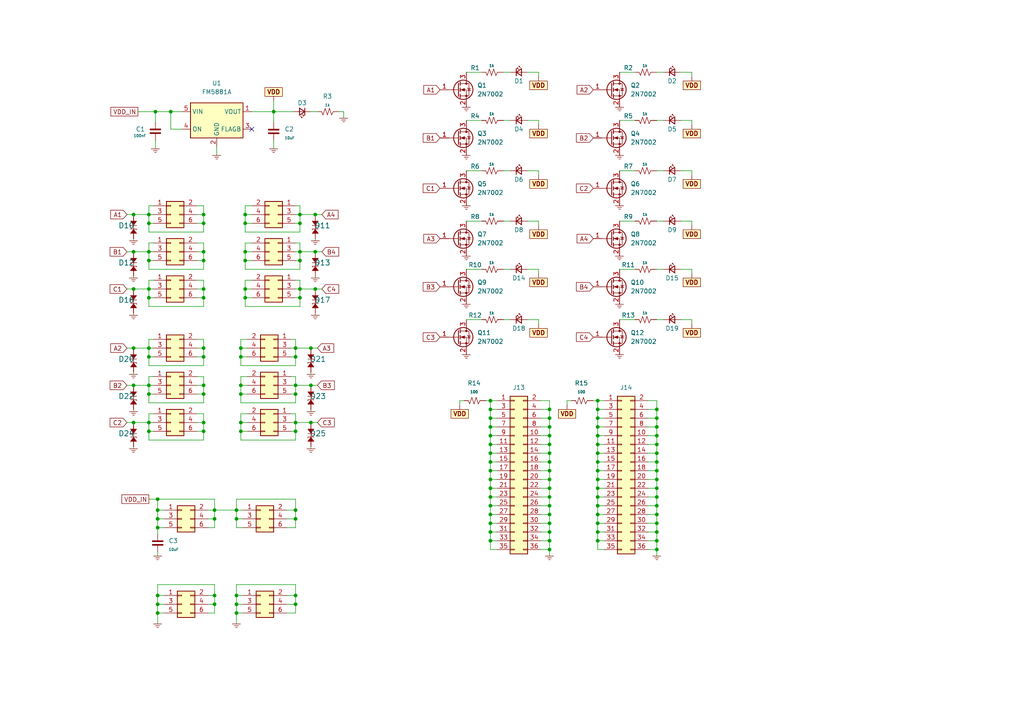
<source format=kicad_sch>
(kicad_sch (version 20211123) (generator eeschema)
  (paper "A4")
  (junction (at 142.24 131.445))
  (junction (at 91.44 73.025))
  (junction (at 59.055 86.36))
  (junction (at 159.385 159.385))
  (junction (at 142.24 136.525))
  (junction (at 190.5 156.845))
  (junction (at 173.355 154.305))
  (junction (at 59.055 114.3))
  (junction (at 43.18 73.025))
  (junction (at 159.385 156.845))
  (junction (at 69.85 103.505))
  (junction (at 190.5 133.985))
  (junction (at 68.58 177.8))
  (junction (at 159.385 141.605))
  (junction (at 85.725 114.3))
  (junction (at 190.5 136.525))
  (junction (at 71.12 62.23))
  (junction (at 173.355 144.145))
  (junction (at 173.355 156.845))
  (junction (at 173.355 149.225))
  (junction (at 86.995 75.565))
  (junction (at 45.72 153.035))
  (junction (at 43.18 103.505))
  (junction (at 69.85 114.3))
  (junction (at 173.355 146.685))
  (junction (at 59.055 122.555))
  (junction (at 59.055 100.965))
  (junction (at 79.375 32.385))
  (junction (at 91.44 62.23))
  (junction (at 90.17 100.965))
  (junction (at 190.5 126.365))
  (junction (at 142.24 126.365))
  (junction (at 190.5 139.065))
  (junction (at 142.24 146.685))
  (junction (at 142.24 128.905))
  (junction (at 190.5 141.605))
  (junction (at 43.18 125.095))
  (junction (at 159.385 123.825))
  (junction (at 43.18 83.82))
  (junction (at 190.5 159.385))
  (junction (at 69.85 125.095))
  (junction (at 85.725 147.955))
  (junction (at 62.23 147.955))
  (junction (at 38.735 62.23))
  (junction (at 159.385 139.065))
  (junction (at 45.72 150.495))
  (junction (at 43.18 122.555))
  (junction (at 85.725 111.76))
  (junction (at 142.24 154.305))
  (junction (at 190.5 154.305))
  (junction (at 71.12 75.565))
  (junction (at 43.18 100.965))
  (junction (at 159.385 144.145))
  (junction (at 45.72 147.955))
  (junction (at 142.24 144.145))
  (junction (at 159.385 118.745))
  (junction (at 190.5 146.685))
  (junction (at 43.18 62.23))
  (junction (at 142.24 156.845))
  (junction (at 71.12 73.025))
  (junction (at 142.24 123.825))
  (junction (at 45.72 177.8))
  (junction (at 159.385 128.905))
  (junction (at 71.12 86.36))
  (junction (at 43.18 111.76))
  (junction (at 190.5 128.905))
  (junction (at 68.58 172.72))
  (junction (at 85.725 125.095))
  (junction (at 159.385 151.765))
  (junction (at 142.24 133.985))
  (junction (at 49.53 32.385))
  (junction (at 62.23 172.72))
  (junction (at 59.055 125.095))
  (junction (at 173.355 131.445))
  (junction (at 190.5 151.765))
  (junction (at 45.72 175.26))
  (junction (at 62.23 150.495))
  (junction (at 173.355 123.825))
  (junction (at 159.385 126.365))
  (junction (at 86.995 83.82))
  (junction (at 38.735 73.025))
  (junction (at 59.055 64.77))
  (junction (at 142.24 121.285))
  (junction (at 43.18 86.36))
  (junction (at 91.44 83.82))
  (junction (at 69.85 111.76))
  (junction (at 173.355 121.285))
  (junction (at 90.17 111.76))
  (junction (at 190.5 121.285))
  (junction (at 71.12 64.77))
  (junction (at 173.355 141.605))
  (junction (at 68.58 147.955))
  (junction (at 142.24 141.605))
  (junction (at 59.055 75.565))
  (junction (at 38.735 83.82))
  (junction (at 85.725 172.72))
  (junction (at 69.85 100.965))
  (junction (at 142.24 139.065))
  (junction (at 173.355 139.065))
  (junction (at 59.055 62.23))
  (junction (at 159.385 149.225))
  (junction (at 173.355 136.525))
  (junction (at 190.5 131.445))
  (junction (at 142.24 118.745))
  (junction (at 159.385 133.985))
  (junction (at 173.355 133.985))
  (junction (at 68.58 175.26))
  (junction (at 173.355 116.205))
  (junction (at 45.085 32.385))
  (junction (at 173.355 151.765))
  (junction (at 159.385 146.685))
  (junction (at 43.18 64.77))
  (junction (at 38.735 100.965))
  (junction (at 159.385 154.305))
  (junction (at 159.385 131.445))
  (junction (at 159.385 136.525))
  (junction (at 68.58 150.495))
  (junction (at 190.5 149.225))
  (junction (at 62.23 175.26))
  (junction (at 59.055 111.76))
  (junction (at 59.055 103.505))
  (junction (at 90.17 122.555))
  (junction (at 45.72 144.78))
  (junction (at 45.72 172.72))
  (junction (at 38.735 111.76))
  (junction (at 38.735 122.555))
  (junction (at 159.385 121.285))
  (junction (at 86.995 86.36))
  (junction (at 142.24 151.765))
  (junction (at 59.055 73.025))
  (junction (at 190.5 118.745))
  (junction (at 190.5 144.145))
  (junction (at 86.995 73.025))
  (junction (at 173.355 128.905))
  (junction (at 173.355 118.745))
  (junction (at 85.725 103.505))
  (junction (at 85.725 150.495))
  (junction (at 59.055 83.82))
  (junction (at 86.995 62.23))
  (junction (at 190.5 123.825))
  (junction (at 71.12 83.82))
  (junction (at 85.725 122.555))
  (junction (at 43.18 114.3))
  (junction (at 85.725 175.26))
  (junction (at 173.355 126.365))
  (junction (at 86.995 64.77))
  (junction (at 142.24 149.225))
  (junction (at 69.85 122.555))
  (junction (at 142.24 116.205))
  (junction (at 43.18 75.565))
  (junction (at 85.725 100.965))
  (no_connect (at 73.025 37.465))
  (wire (pts (xy 146.05 49.53) (xy 147.955 49.53)))
  (wire (pts (xy 90.17 32.385) (xy 92.075 32.385)))
  (wire (pts (xy 68.58 175.26) (xy 68.58 172.72)))
  (wire (pts (xy 187.96 133.985) (xy 190.5 133.985)))
  (wire (pts (xy 142.24 141.605) (xy 142.24 139.065)))
  (wire (pts (xy 172.085 116.205) (xy 173.355 116.205)))
  (wire (pts (xy 190.5 139.065) (xy 190.5 141.605)))
  (wire (pts (xy 62.23 175.26) (xy 62.23 172.72)))
  (wire (pts (xy 43.18 83.82) (xy 44.45 83.82)))
  (wire (pts (xy 173.355 146.685) (xy 173.355 149.225)))
  (wire (pts (xy 190.5 149.225) (xy 190.5 151.765)))
  (wire (pts (xy 59.055 78.105) (xy 43.18 78.105)))
  (wire (pts (xy 156.845 144.145) (xy 159.385 144.145)))
  (wire (pts (xy 156.845 131.445) (xy 159.385 131.445)))
  (wire (pts (xy 45.72 150.495) (xy 45.72 153.035)))
  (wire (pts (xy 86.995 62.23) (xy 85.725 62.23)))
  (wire (pts (xy 190.5 118.745) (xy 190.5 121.285)))
  (wire (pts (xy 45.72 160.02) (xy 45.72 161.29)))
  (wire (pts (xy 43.18 144.78) (xy 45.72 144.78)))
  (wire (pts (xy 59.055 62.23) (xy 59.055 64.77)))
  (wire (pts (xy 59.055 75.565) (xy 59.055 78.105)))
  (wire (pts (xy 175.26 136.525) (xy 173.355 136.525)))
  (wire (pts (xy 173.355 126.365) (xy 173.355 123.825)))
  (wire (pts (xy 57.15 81.28) (xy 59.055 81.28)))
  (wire (pts (xy 69.85 100.965) (xy 69.85 103.505)))
  (wire (pts (xy 73.025 70.485) (xy 71.12 70.485)))
  (wire (pts (xy 85.725 172.72) (xy 85.725 169.545)))
  (wire (pts (xy 43.18 109.22) (xy 43.18 111.76)))
  (wire (pts (xy 84.455 98.425) (xy 85.725 98.425)))
  (wire (pts (xy 69.85 106.045) (xy 85.725 106.045)))
  (wire (pts (xy 45.72 177.8) (xy 47.625 177.8)))
  (wire (pts (xy 40.005 32.385) (xy 45.085 32.385)))
  (wire (pts (xy 59.055 106.045) (xy 43.18 106.045)))
  (wire (pts (xy 43.18 70.485) (xy 43.18 73.025)))
  (wire (pts (xy 38.735 62.23) (xy 38.735 62.865)))
  (wire (pts (xy 38.735 73.025) (xy 43.18 73.025)))
  (wire (pts (xy 91.44 83.82) (xy 91.44 84.455)))
  (wire (pts (xy 156.845 126.365) (xy 159.385 126.365)))
  (wire (pts (xy 156.21 93.98) (xy 156.21 92.71)))
  (wire (pts (xy 57.15 111.76) (xy 59.055 111.76)))
  (wire (pts (xy 133.35 116.205) (xy 134.62 116.205)))
  (wire (pts (xy 62.23 150.495) (xy 62.23 147.955)))
  (wire (pts (xy 71.12 81.28) (xy 71.12 83.82)))
  (wire (pts (xy 175.26 144.145) (xy 173.355 144.145)))
  (wire (pts (xy 71.12 73.025) (xy 71.12 75.565)))
  (wire (pts (xy 190.5 159.385) (xy 190.5 161.29)))
  (wire (pts (xy 43.18 100.965) (xy 44.45 100.965)))
  (wire (pts (xy 44.45 109.22) (xy 43.18 109.22)))
  (wire (pts (xy 71.755 109.22) (xy 69.85 109.22)))
  (wire (pts (xy 57.15 75.565) (xy 59.055 75.565)))
  (wire (pts (xy 62.23 172.72) (xy 62.23 169.545)))
  (wire (pts (xy 173.355 121.285) (xy 173.355 118.745)))
  (wire (pts (xy 159.385 121.285) (xy 159.385 123.825)))
  (wire (pts (xy 142.24 133.985) (xy 142.24 131.445)))
  (wire (pts (xy 85.725 81.28) (xy 86.995 81.28)))
  (wire (pts (xy 59.055 109.22) (xy 59.055 111.76)))
  (wire (pts (xy 200.66 92.71) (xy 197.485 92.71)))
  (wire (pts (xy 142.24 121.285) (xy 142.24 118.745)))
  (wire (pts (xy 200.66 20.955) (xy 197.485 20.955)))
  (wire (pts (xy 144.145 151.765) (xy 142.24 151.765)))
  (wire (pts (xy 44.45 59.69) (xy 43.18 59.69)))
  (wire (pts (xy 135.255 20.955) (xy 139.7 20.955)))
  (wire (pts (xy 173.355 131.445) (xy 173.355 128.905)))
  (wire (pts (xy 190.5 144.145) (xy 190.5 146.685)))
  (wire (pts (xy 175.26 128.905) (xy 173.355 128.905)))
  (wire (pts (xy 45.085 32.385) (xy 49.53 32.385)))
  (wire (pts (xy 43.18 127.635) (xy 43.18 125.095)))
  (wire (pts (xy 190.5 78.105) (xy 192.405 78.105)))
  (wire (pts (xy 49.53 32.385) (xy 52.705 32.385)))
  (wire (pts (xy 99.695 32.385) (xy 98.425 32.385)))
  (wire (pts (xy 73.025 83.82) (xy 71.12 83.82)))
  (wire (pts (xy 71.755 98.425) (xy 69.85 98.425)))
  (wire (pts (xy 68.58 144.78) (xy 68.58 147.955)))
  (wire (pts (xy 38.735 129.54) (xy 38.735 130.175)))
  (wire (pts (xy 69.85 125.095) (xy 69.85 127.635)))
  (wire (pts (xy 44.45 114.3) (xy 43.18 114.3)))
  (wire (pts (xy 156.21 34.925) (xy 153.035 34.925)))
  (wire (pts (xy 173.355 118.745) (xy 173.355 116.205)))
  (wire (pts (xy 73.025 64.77) (xy 71.12 64.77)))
  (wire (pts (xy 200.66 79.375) (xy 200.66 78.105)))
  (wire (pts (xy 190.5 128.905) (xy 190.5 131.445)))
  (wire (pts (xy 45.72 147.955) (xy 45.72 150.495)))
  (wire (pts (xy 91.44 62.23) (xy 91.44 62.865)))
  (wire (pts (xy 59.055 127.635) (xy 43.18 127.635)))
  (wire (pts (xy 144.145 118.745) (xy 142.24 118.745)))
  (wire (pts (xy 85.725 86.36) (xy 86.995 86.36)))
  (wire (pts (xy 68.58 172.72) (xy 70.485 172.72)))
  (wire (pts (xy 173.355 136.525) (xy 173.355 133.985)))
  (wire (pts (xy 135.255 64.135) (xy 139.7 64.135)))
  (wire (pts (xy 49.53 37.465) (xy 49.53 32.385)))
  (wire (pts (xy 71.12 78.105) (xy 86.995 78.105)))
  (wire (pts (xy 173.355 159.385) (xy 173.355 156.845)))
  (wire (pts (xy 190.5 34.925) (xy 192.405 34.925)))
  (wire (pts (xy 85.725 127.635) (xy 85.725 125.095)))
  (wire (pts (xy 45.72 169.545) (xy 45.72 172.72)))
  (wire (pts (xy 85.725 98.425) (xy 85.725 100.965)))
  (wire (pts (xy 156.845 121.285) (xy 159.385 121.285)))
  (wire (pts (xy 43.18 106.045) (xy 43.18 103.505)))
  (wire (pts (xy 156.845 146.685) (xy 159.385 146.685)))
  (wire (pts (xy 175.26 159.385) (xy 173.355 159.385)))
  (wire (pts (xy 142.24 144.145) (xy 142.24 141.605)))
  (wire (pts (xy 43.18 114.3) (xy 43.18 111.76)))
  (wire (pts (xy 83.185 177.8) (xy 85.725 177.8)))
  (wire (pts (xy 190.5 49.53) (xy 192.405 49.53)))
  (wire (pts (xy 156.845 141.605) (xy 159.385 141.605)))
  (wire (pts (xy 59.055 88.9) (xy 43.18 88.9)))
  (wire (pts (xy 142.24 123.825) (xy 142.24 121.285)))
  (wire (pts (xy 43.18 59.69) (xy 43.18 62.23)))
  (wire (pts (xy 43.18 67.31) (xy 43.18 64.77)))
  (wire (pts (xy 71.12 86.36) (xy 71.12 88.9)))
  (wire (pts (xy 190.5 136.525) (xy 190.5 139.065)))
  (wire (pts (xy 175.26 149.225) (xy 173.355 149.225)))
  (wire (pts (xy 159.385 154.305) (xy 159.385 156.845)))
  (wire (pts (xy 85.725 144.78) (xy 68.58 144.78)))
  (wire (pts (xy 57.15 83.82) (xy 59.055 83.82)))
  (wire (pts (xy 133.35 117.475) (xy 133.35 116.205)))
  (wire (pts (xy 59.055 67.31) (xy 43.18 67.31)))
  (wire (pts (xy 156.845 123.825) (xy 159.385 123.825)))
  (wire (pts (xy 190.5 146.685) (xy 190.5 149.225)))
  (wire (pts (xy 57.15 109.22) (xy 59.055 109.22)))
  (wire (pts (xy 140.97 116.205) (xy 142.24 116.205)))
  (wire (pts (xy 59.055 73.025) (xy 59.055 75.565)))
  (wire (pts (xy 144.145 149.225) (xy 142.24 149.225)))
  (wire (pts (xy 159.385 131.445) (xy 159.385 133.985)))
  (wire (pts (xy 85.725 59.69) (xy 86.995 59.69)))
  (wire (pts (xy 69.85 98.425) (xy 69.85 100.965)))
  (wire (pts (xy 190.5 154.305) (xy 190.5 156.845)))
  (wire (pts (xy 71.755 114.3) (xy 69.85 114.3)))
  (wire (pts (xy 43.18 86.36) (xy 43.18 83.82)))
  (wire (pts (xy 91.44 62.23) (xy 86.995 62.23)))
  (wire (pts (xy 190.5 141.605) (xy 190.5 144.145)))
  (wire (pts (xy 156.21 92.71) (xy 153.035 92.71)))
  (wire (pts (xy 59.055 114.3) (xy 59.055 116.84)))
  (wire (pts (xy 187.96 149.225) (xy 190.5 149.225)))
  (wire (pts (xy 85.725 175.26) (xy 85.725 172.72)))
  (wire (pts (xy 164.465 117.475) (xy 164.465 116.205)))
  (wire (pts (xy 38.735 100.965) (xy 43.18 100.965)))
  (wire (pts (xy 92.075 111.76) (xy 90.17 111.76)))
  (wire (pts (xy 84.455 120.015) (xy 85.725 120.015)))
  (wire (pts (xy 93.345 83.82) (xy 91.44 83.82)))
  (wire (pts (xy 91.44 73.025) (xy 86.995 73.025)))
  (wire (pts (xy 59.055 81.28) (xy 59.055 83.82)))
  (wire (pts (xy 175.26 131.445) (xy 173.355 131.445)))
  (wire (pts (xy 90.17 118.745) (xy 90.17 119.38)))
  (wire (pts (xy 85.725 122.555) (xy 84.455 122.555)))
  (wire (pts (xy 38.735 73.025) (xy 38.735 73.66)))
  (wire (pts (xy 57.15 125.095) (xy 59.055 125.095)))
  (wire (pts (xy 85.725 169.545) (xy 68.58 169.545)))
  (wire (pts (xy 71.755 111.76) (xy 69.85 111.76)))
  (wire (pts (xy 68.58 153.035) (xy 68.58 150.495)))
  (wire (pts (xy 44.45 64.77) (xy 43.18 64.77)))
  (wire (pts (xy 190.5 116.205) (xy 190.5 118.745)))
  (wire (pts (xy 144.145 121.285) (xy 142.24 121.285)))
  (wire (pts (xy 57.15 62.23) (xy 59.055 62.23)))
  (wire (pts (xy 175.26 133.985) (xy 173.355 133.985)))
  (wire (pts (xy 59.055 83.82) (xy 59.055 86.36)))
  (wire (pts (xy 85.725 150.495) (xy 85.725 147.955)))
  (wire (pts (xy 85.725 64.77) (xy 86.995 64.77)))
  (wire (pts (xy 45.72 172.72) (xy 45.72 175.26)))
  (wire (pts (xy 91.44 90.805) (xy 91.44 91.44)))
  (wire (pts (xy 200.66 50.8) (xy 200.66 49.53)))
  (wire (pts (xy 68.58 169.545) (xy 68.58 172.72)))
  (wire (pts (xy 144.145 146.685) (xy 142.24 146.685)))
  (wire (pts (xy 142.24 149.225) (xy 142.24 151.765)))
  (wire (pts (xy 71.755 122.555) (xy 69.85 122.555)))
  (wire (pts (xy 159.385 123.825) (xy 159.385 126.365)))
  (wire (pts (xy 85.725 111.76) (xy 84.455 111.76)))
  (wire (pts (xy 71.12 62.23) (xy 71.12 64.77)))
  (wire (pts (xy 187.96 121.285) (xy 190.5 121.285)))
  (wire (pts (xy 200.66 49.53) (xy 197.485 49.53)))
  (wire (pts (xy 179.705 64.135) (xy 184.15 64.135)))
  (wire (pts (xy 144.145 159.385) (xy 142.24 159.385)))
  (wire (pts (xy 45.085 32.385) (xy 45.085 35.56)))
  (wire (pts (xy 142.24 128.905) (xy 142.24 126.365)))
  (wire (pts (xy 90.17 107.95) (xy 90.17 108.585)))
  (wire (pts (xy 156.845 136.525) (xy 159.385 136.525)))
  (wire (pts (xy 156.845 151.765) (xy 159.385 151.765)))
  (wire (pts (xy 73.025 59.69) (xy 71.12 59.69)))
  (wire (pts (xy 45.72 153.035) (xy 47.625 153.035)))
  (wire (pts (xy 57.15 114.3) (xy 59.055 114.3)))
  (wire (pts (xy 156.21 50.8) (xy 156.21 49.53)))
  (wire (pts (xy 69.85 116.84) (xy 85.725 116.84)))
  (wire (pts (xy 187.96 123.825) (xy 190.5 123.825)))
  (wire (pts (xy 200.66 93.98) (xy 200.66 92.71)))
  (wire (pts (xy 144.145 123.825) (xy 142.24 123.825)))
  (wire (pts (xy 173.355 156.845) (xy 173.355 154.305)))
  (wire (pts (xy 159.385 159.385) (xy 159.385 161.29)))
  (wire (pts (xy 79.375 35.56) (xy 79.375 32.385)))
  (wire (pts (xy 44.45 120.015) (xy 43.18 120.015)))
  (wire (pts (xy 190.5 156.845) (xy 190.5 159.385)))
  (wire (pts (xy 70.485 177.8) (xy 68.58 177.8)))
  (wire (pts (xy 38.735 90.805) (xy 38.735 91.44)))
  (wire (pts (xy 90.17 111.76) (xy 85.725 111.76)))
  (wire (pts (xy 69.85 122.555) (xy 69.85 125.095)))
  (wire (pts (xy 159.385 136.525) (xy 159.385 139.065)))
  (wire (pts (xy 159.385 151.765) (xy 159.385 154.305)))
  (wire (pts (xy 142.24 159.385) (xy 142.24 156.845)))
  (wire (pts (xy 44.45 81.28) (xy 43.18 81.28)))
  (wire (pts (xy 156.845 149.225) (xy 159.385 149.225)))
  (wire (pts (xy 187.96 118.745) (xy 190.5 118.745)))
  (wire (pts (xy 84.455 125.095) (xy 85.725 125.095)))
  (wire (pts (xy 59.055 86.36) (xy 59.055 88.9)))
  (wire (pts (xy 38.735 122.555) (xy 43.18 122.555)))
  (wire (pts (xy 44.45 98.425) (xy 43.18 98.425)))
  (wire (pts (xy 159.385 141.605) (xy 159.385 144.145)))
  (wire (pts (xy 190.5 123.825) (xy 190.5 126.365)))
  (wire (pts (xy 62.865 42.545) (xy 62.865 45.085)))
  (wire (pts (xy 71.755 120.015) (xy 69.85 120.015)))
  (wire (pts (xy 38.735 80.01) (xy 38.735 80.645)))
  (wire (pts (xy 175.26 121.285) (xy 173.355 121.285)))
  (wire (pts (xy 85.725 177.8) (xy 85.725 175.26)))
  (wire (pts (xy 43.18 81.28) (xy 43.18 83.82)))
  (wire (pts (xy 144.145 126.365) (xy 142.24 126.365)))
  (wire (pts (xy 52.705 37.465) (xy 49.53 37.465)))
  (wire (pts (xy 71.12 64.77) (xy 71.12 67.31)))
  (wire (pts (xy 62.23 153.035) (xy 62.23 150.495)))
  (wire (pts (xy 179.705 34.925) (xy 184.15 34.925)))
  (wire (pts (xy 43.18 103.505) (xy 43.18 100.965)))
  (wire (pts (xy 36.83 122.555) (xy 38.735 122.555)))
  (wire (pts (xy 175.26 154.305) (xy 173.355 154.305)))
  (wire (pts (xy 59.055 98.425) (xy 59.055 100.965)))
  (wire (pts (xy 59.055 100.965) (xy 59.055 103.505)))
  (wire (pts (xy 43.18 73.025) (xy 44.45 73.025)))
  (wire (pts (xy 84.455 114.3) (xy 85.725 114.3)))
  (wire (pts (xy 71.12 70.485) (xy 71.12 73.025)))
  (wire (pts (xy 187.96 116.205) (xy 190.5 116.205)))
  (wire (pts (xy 43.18 122.555) (xy 44.45 122.555)))
  (wire (pts (xy 187.96 154.305) (xy 190.5 154.305)))
  (wire (pts (xy 146.05 64.135) (xy 147.955 64.135)))
  (wire (pts (xy 142.24 118.745) (xy 142.24 116.205)))
  (wire (pts (xy 85.725 147.955) (xy 83.185 147.955)))
  (wire (pts (xy 159.385 116.205) (xy 159.385 118.745)))
  (wire (pts (xy 144.145 133.985) (xy 142.24 133.985)))
  (wire (pts (xy 142.24 154.305) (xy 142.24 151.765)))
  (wire (pts (xy 85.725 100.965) (xy 84.455 100.965)))
  (wire (pts (xy 71.755 125.095) (xy 69.85 125.095)))
  (wire (pts (xy 71.12 59.69) (xy 71.12 62.23)))
  (wire (pts (xy 91.44 69.215) (xy 91.44 69.85)))
  (wire (pts (xy 43.18 120.015) (xy 43.18 122.555)))
  (wire (pts (xy 38.735 118.745) (xy 38.735 119.38)))
  (wire (pts (xy 179.705 49.53) (xy 184.15 49.53)))
  (wire (pts (xy 164.465 116.205) (xy 165.735 116.205)))
  (wire (pts (xy 68.58 147.955) (xy 70.485 147.955)))
  (wire (pts (xy 70.485 153.035) (xy 68.58 153.035)))
  (wire (pts (xy 175.26 139.065) (xy 173.355 139.065)))
  (wire (pts (xy 142.24 146.685) (xy 142.24 144.145)))
  (wire (pts (xy 173.355 146.685) (xy 173.355 144.145)))
  (wire (pts (xy 146.05 92.71) (xy 147.955 92.71)))
  (wire (pts (xy 146.05 20.955) (xy 147.955 20.955)))
  (wire (pts (xy 43.18 88.9) (xy 43.18 86.36)))
  (wire (pts (xy 60.325 175.26) (xy 62.23 175.26)))
  (wire (pts (xy 190.5 133.985) (xy 190.5 136.525)))
  (wire (pts (xy 187.96 128.905) (xy 190.5 128.905)))
  (wire (pts (xy 156.845 116.205) (xy 159.385 116.205)))
  (wire (pts (xy 36.83 73.025) (xy 38.735 73.025)))
  (wire (pts (xy 190.5 121.285) (xy 190.5 123.825)))
  (wire (pts (xy 187.96 126.365) (xy 190.5 126.365)))
  (wire (pts (xy 62.23 147.955) (xy 62.23 144.78)))
  (wire (pts (xy 86.995 64.77) (xy 86.995 62.23)))
  (wire (pts (xy 73.025 86.36) (xy 71.12 86.36)))
  (wire (pts (xy 45.72 150.495) (xy 47.625 150.495)))
  (wire (pts (xy 36.83 100.965) (xy 38.735 100.965)))
  (wire (pts (xy 190.5 126.365) (xy 190.5 128.905)))
  (wire (pts (xy 159.385 146.685) (xy 159.385 149.225)))
  (wire (pts (xy 69.85 111.76) (xy 69.85 114.3)))
  (wire (pts (xy 85.725 120.015) (xy 85.725 122.555)))
  (wire (pts (xy 144.145 156.845) (xy 142.24 156.845)))
  (wire (pts (xy 45.72 147.955) (xy 47.625 147.955)))
  (wire (pts (xy 45.72 177.8) (xy 45.72 180.975)))
  (wire (pts (xy 62.23 144.78) (xy 45.72 144.78)))
  (wire (pts (xy 59.055 125.095) (xy 59.055 127.635)))
  (wire (pts (xy 156.21 22.225) (xy 156.21 20.955)))
  (wire (pts (xy 86.995 81.28) (xy 86.995 83.82)))
  (wire (pts (xy 38.735 111.76) (xy 43.18 111.76)))
  (wire (pts (xy 70.485 175.26) (xy 68.58 175.26)))
  (wire (pts (xy 159.385 118.745) (xy 159.385 121.285)))
  (wire (pts (xy 86.995 83.82) (xy 85.725 83.82)))
  (wire (pts (xy 85.725 125.095) (xy 85.725 122.555)))
  (wire (pts (xy 175.26 123.825) (xy 173.355 123.825)))
  (wire (pts (xy 86.995 73.025) (xy 85.725 73.025)))
  (wire (pts (xy 156.845 118.745) (xy 159.385 118.745)))
  (wire (pts (xy 85.725 116.84) (xy 85.725 114.3)))
  (wire (pts (xy 60.325 147.955) (xy 62.23 147.955)))
  (wire (pts (xy 43.18 111.76) (xy 44.45 111.76)))
  (wire (pts (xy 156.845 128.905) (xy 159.385 128.905)))
  (wire (pts (xy 59.055 70.485) (xy 59.055 73.025)))
  (wire (pts (xy 190.5 159.385) (xy 187.96 159.385)))
  (wire (pts (xy 85.725 153.035) (xy 85.725 150.495)))
  (wire (pts (xy 144.145 136.525) (xy 142.24 136.525)))
  (wire (pts (xy 68.58 177.8) (xy 68.58 175.26)))
  (wire (pts (xy 92.075 122.555) (xy 90.17 122.555)))
  (wire (pts (xy 84.455 109.22) (xy 85.725 109.22)))
  (wire (pts (xy 44.45 125.095) (xy 43.18 125.095)))
  (wire (pts (xy 57.15 98.425) (xy 59.055 98.425)))
  (wire (pts (xy 36.83 62.23) (xy 38.735 62.23)))
  (wire (pts (xy 90.17 129.54) (xy 90.17 130.175)))
  (wire (pts (xy 45.72 153.035) (xy 45.72 154.94)))
  (wire (pts (xy 142.24 136.525) (xy 142.24 133.985)))
  (wire (pts (xy 86.995 88.9) (xy 86.995 86.36)))
  (wire (pts (xy 38.735 100.965) (xy 38.735 101.6)))
  (wire (pts (xy 57.15 120.015) (xy 59.055 120.015)))
  (wire (pts (xy 59.055 59.69) (xy 59.055 62.23)))
  (wire (pts (xy 175.26 141.605) (xy 173.355 141.605)))
  (wire (pts (xy 187.96 136.525) (xy 190.5 136.525)))
  (wire (pts (xy 173.355 144.145) (xy 173.355 141.605)))
  (wire (pts (xy 69.85 120.015) (xy 69.85 122.555)))
  (wire (pts (xy 156.21 36.195) (xy 156.21 34.925)))
  (wire (pts (xy 159.385 139.065) (xy 159.385 141.605)))
  (wire (pts (xy 156.845 133.985) (xy 159.385 133.985)))
  (wire (pts (xy 156.21 49.53) (xy 153.035 49.53)))
  (wire (pts (xy 57.15 64.77) (xy 59.055 64.77)))
  (wire (pts (xy 200.66 78.105) (xy 197.485 78.105)))
  (wire (pts (xy 59.055 116.84) (xy 43.18 116.84)))
  (wire (pts (xy 200.66 36.195) (xy 200.66 34.925)))
  (wire (pts (xy 86.995 70.485) (xy 86.995 73.025)))
  (wire (pts (xy 187.96 151.765) (xy 190.5 151.765)))
  (wire (pts (xy 84.455 103.505) (xy 85.725 103.505)))
  (wire (pts (xy 44.45 103.505) (xy 43.18 103.505)))
  (wire (pts (xy 142.24 116.205) (xy 144.145 116.205)))
  (wire (pts (xy 142.24 139.065) (xy 142.24 136.525)))
  (wire (pts (xy 86.995 78.105) (xy 86.995 75.565)))
  (wire (pts (xy 69.85 109.22) (xy 69.85 111.76)))
  (wire (pts (xy 38.735 111.76) (xy 38.735 112.395)))
  (wire (pts (xy 159.385 133.985) (xy 159.385 136.525)))
  (wire (pts (xy 85.725 147.955) (xy 85.725 144.78)))
  (wire (pts (xy 43.18 125.095) (xy 43.18 122.555)))
  (wire (pts (xy 69.85 127.635) (xy 85.725 127.635)))
  (wire (pts (xy 92.075 100.965) (xy 90.17 100.965)))
  (wire (pts (xy 90.17 122.555) (xy 85.725 122.555)))
  (wire (pts (xy 62.23 169.545) (xy 45.72 169.545)))
  (wire (pts (xy 68.58 177.8) (xy 68.58 180.975)))
  (wire (pts (xy 173.355 149.225) (xy 173.355 151.765)))
  (wire (pts (xy 44.45 70.485) (xy 43.18 70.485)))
  (wire (pts (xy 187.96 156.845) (xy 190.5 156.845)))
  (wire (pts (xy 57.15 100.965) (xy 59.055 100.965)))
  (wire (pts (xy 85.725 103.505) (xy 85.725 100.965)))
  (wire (pts (xy 86.995 86.36) (xy 86.995 83.82)))
  (wire (pts (xy 45.72 175.26) (xy 45.72 177.8)))
  (wire (pts (xy 200.66 65.405) (xy 200.66 64.135)))
  (wire (pts (xy 59.055 111.76) (xy 59.055 114.3)))
  (wire (pts (xy 57.15 103.505) (xy 59.055 103.505)))
  (wire (pts (xy 38.735 107.95) (xy 38.735 108.585)))
  (wire (pts (xy 135.255 92.71) (xy 139.7 92.71)))
  (wire (pts (xy 70.485 150.495) (xy 68.58 150.495)))
  (wire (pts (xy 59.055 103.505) (xy 59.055 106.045)))
  (wire (pts (xy 144.145 144.145) (xy 142.24 144.145)))
  (wire (pts (xy 60.325 150.495) (xy 62.23 150.495)))
  (wire (pts (xy 85.725 106.045) (xy 85.725 103.505)))
  (wire (pts (xy 190.5 64.135) (xy 192.405 64.135)))
  (wire (pts (xy 79.375 32.385) (xy 85.09 32.385)))
  (wire (pts (xy 159.385 156.845) (xy 159.385 159.385)))
  (wire (pts (xy 144.145 154.305) (xy 142.24 154.305)))
  (wire (pts (xy 179.705 78.105) (xy 184.15 78.105)))
  (wire (pts (xy 175.26 118.745) (xy 173.355 118.745)))
  (wire (pts (xy 38.735 62.23) (xy 43.18 62.23)))
  (wire (pts (xy 68.58 150.495) (xy 68.58 147.955)))
  (wire (pts (xy 71.12 67.31) (xy 86.995 67.31)))
  (wire (pts (xy 59.055 122.555) (xy 59.055 125.095)))
  (wire (pts (xy 73.025 75.565) (xy 71.12 75.565)))
  (wire (pts (xy 45.72 175.26) (xy 47.625 175.26)))
  (wire (pts (xy 179.705 20.955) (xy 184.15 20.955)))
  (wire (pts (xy 83.185 153.035) (xy 85.725 153.035)))
  (wire (pts (xy 156.21 65.405) (xy 156.21 64.135)))
  (wire (pts (xy 86.995 67.31) (xy 86.995 64.77)))
  (wire (pts (xy 93.345 62.23) (xy 91.44 62.23)))
  (wire (pts (xy 156.21 79.375) (xy 156.21 78.105)))
  (wire (pts (xy 159.385 128.905) (xy 159.385 131.445)))
  (wire (pts (xy 57.15 73.025) (xy 59.055 73.025)))
  (wire (pts (xy 190.5 20.955) (xy 192.405 20.955)))
  (wire (pts (xy 156.21 78.105) (xy 153.035 78.105)))
  (wire (pts (xy 57.15 59.69) (xy 59.055 59.69)))
  (wire (pts (xy 57.15 86.36) (xy 59.055 86.36)))
  (wire (pts (xy 156.845 154.305) (xy 159.385 154.305)))
  (wire (pts (xy 142.24 126.365) (xy 142.24 123.825)))
  (wire (pts (xy 86.995 75.565) (xy 86.995 73.025)))
  (wire (pts (xy 36.83 83.82) (xy 38.735 83.82)))
  (wire (pts (xy 173.355 128.905) (xy 173.355 126.365)))
  (wire (pts (xy 90.17 100.965) (xy 85.725 100.965)))
  (wire (pts (xy 173.355 154.305) (xy 173.355 151.765)))
  (wire (pts (xy 79.375 29.21) (xy 79.375 32.385)))
  (wire (pts (xy 91.44 80.01) (xy 91.44 80.645)))
  (wire (pts (xy 57.15 70.485) (xy 59.055 70.485)))
  (wire (pts (xy 173.355 123.825) (xy 173.355 121.285)))
  (wire (pts (xy 43.18 98.425) (xy 43.18 100.965)))
  (wire (pts (xy 179.705 92.71) (xy 184.15 92.71)))
  (wire (pts (xy 36.83 111.76) (xy 38.735 111.76)))
  (wire (pts (xy 156.845 156.845) (xy 159.385 156.845)))
  (wire (pts (xy 187.96 141.605) (xy 190.5 141.605)))
  (wire (pts (xy 173.355 141.605) (xy 173.355 139.065)))
  (wire (pts (xy 45.72 172.72) (xy 47.625 172.72)))
  (wire (pts (xy 142.24 146.685) (xy 142.24 149.225)))
  (wire (pts (xy 83.185 150.495) (xy 85.725 150.495)))
  (wire (pts (xy 200.66 34.925) (xy 197.485 34.925)))
  (wire (pts (xy 43.18 62.23) (xy 44.45 62.23)))
  (wire (pts (xy 85.725 109.22) (xy 85.725 111.76)))
  (wire (pts (xy 79.375 40.64) (xy 79.375 43.18)))
  (wire (pts (xy 146.05 34.925) (xy 147.955 34.925)))
  (wire (pts (xy 200.66 64.135) (xy 197.485 64.135)))
  (wire (pts (xy 190.5 92.71) (xy 192.405 92.71)))
  (wire (pts (xy 71.12 75.565) (xy 71.12 78.105)))
  (wire (pts (xy 142.24 156.845) (xy 142.24 154.305)))
  (wire (pts (xy 93.345 73.025) (xy 91.44 73.025)))
  (wire (pts (xy 85.725 172.72) (xy 83.185 172.72)))
  (wire (pts (xy 200.66 22.225) (xy 200.66 20.955)))
  (wire (pts (xy 190.5 151.765) (xy 190.5 154.305)))
  (wire (pts (xy 60.325 153.035) (xy 62.23 153.035)))
  (wire (pts (xy 159.385 126.365) (xy 159.385 128.905)))
  (wire (pts (xy 142.24 131.445) (xy 142.24 128.905)))
  (wire (pts (xy 135.255 78.105) (xy 139.7 78.105)))
  (wire (pts (xy 71.755 103.505) (xy 69.85 103.505)))
  (wire (pts (xy 90.17 122.555) (xy 90.17 123.19)))
  (wire (pts (xy 175.26 156.845) (xy 173.355 156.845)))
  (wire (pts (xy 173.355 133.985) (xy 173.355 131.445)))
  (wire (pts (xy 135.255 49.53) (xy 139.7 49.53)))
  (wire (pts (xy 156.21 20.955) (xy 153.035 20.955)))
  (wire (pts (xy 90.17 100.965) (xy 90.17 101.6)))
  (wire (pts (xy 85.725 114.3) (xy 85.725 111.76)))
  (wire (pts (xy 156.845 139.065) (xy 159.385 139.065)))
  (wire (pts (xy 83.185 175.26) (xy 85.725 175.26)))
  (wire (pts (xy 43.18 64.77) (xy 43.18 62.23)))
  (wire (pts (xy 73.025 81.28) (xy 71.12 81.28)))
  (wire (pts (xy 173.355 116.205) (xy 175.26 116.205)))
  (wire (pts (xy 173.355 139.065) (xy 173.355 136.525)))
  (wire (pts (xy 135.255 34.925) (xy 139.7 34.925)))
  (wire (pts (xy 71.755 100.965) (xy 69.85 100.965)))
  (wire (pts (xy 57.15 122.555) (xy 59.055 122.555)))
  (wire (pts (xy 73.025 62.23) (xy 71.12 62.23)))
  (wire (pts (xy 85.725 75.565) (xy 86.995 75.565)))
  (wire (pts (xy 187.96 139.065) (xy 190.5 139.065)))
  (wire (pts (xy 86.995 59.69) (xy 86.995 62.23)))
  (wire (pts (xy 59.055 120.015) (xy 59.055 122.555)))
  (wire (pts (xy 62.23 147.955) (xy 68.58 147.955)))
  (wire (pts (xy 45.085 40.64) (xy 45.085 43.18)))
  (wire (pts (xy 175.26 146.685) (xy 173.355 146.685)))
  (wire (pts (xy 159.385 159.385) (xy 156.845 159.385)))
  (wire (pts (xy 79.375 32.385) (xy 73.025 32.385)))
  (wire (pts (xy 144.145 131.445) (xy 142.24 131.445)))
  (wire (pts (xy 59.055 64.77) (xy 59.055 67.31)))
  (wire (pts (xy 187.96 131.445) (xy 190.5 131.445)))
  (wire (pts (xy 45.72 144.78) (xy 45.72 147.955)))
  (wire (pts (xy 175.26 126.365) (xy 173.355 126.365)))
  (wire (pts (xy 159.385 149.225) (xy 159.385 151.765)))
  (wire (pts (xy 38.735 83.82) (xy 43.18 83.82)))
  (wire (pts (xy 43.18 116.84) (xy 43.18 114.3)))
  (wire (pts (xy 175.26 151.765) (xy 173.355 151.765)))
  (wire (pts (xy 99.695 34.29) (xy 99.695 32.385)))
  (wire (pts (xy 62.23 177.8) (xy 62.23 175.26)))
  (wire (pts (xy 91.44 83.82) (xy 86.995 83.82)))
  (wire (pts (xy 38.735 122.555) (xy 38.735 123.19)))
  (wire (pts (xy 187.96 146.685) (xy 190.5 146.685)))
  (wire (pts (xy 146.05 78.105) (xy 147.955 78.105)))
  (wire (pts (xy 38.735 83.82) (xy 38.735 84.455)))
  (wire (pts (xy 71.12 88.9) (xy 86.995 88.9)))
  (wire (pts (xy 43.18 78.105) (xy 43.18 75.565)))
  (wire (pts (xy 144.145 139.065) (xy 142.24 139.065)))
  (wire (pts (xy 69.85 103.505) (xy 69.85 106.045)))
  (wire (pts (xy 71.12 83.82) (xy 71.12 86.36)))
  (wire (pts (xy 69.85 114.3) (xy 69.85 116.84)))
  (wire (pts (xy 85.725 70.485) (xy 86.995 70.485)))
  (wire (pts (xy 144.145 141.605) (xy 142.24 141.605)))
  (wire (pts (xy 156.21 64.135) (xy 153.035 64.135)))
  (wire (pts (xy 190.5 131.445) (xy 190.5 133.985)))
  (wire (pts (xy 60.325 172.72) (xy 62.23 172.72)))
  (wire (pts (xy 60.325 177.8) (xy 62.23 177.8)))
  (wire (pts (xy 38.735 69.215) (xy 38.735 69.85)))
  (wire (pts (xy 159.385 144.145) (xy 159.385 146.685)))
  (wire (pts (xy 144.145 128.905) (xy 142.24 128.905)))
  (wire (pts (xy 91.44 73.025) (xy 91.44 73.66)))
  (wire (pts (xy 44.45 86.36) (xy 43.18 86.36)))
  (wire (pts (xy 43.18 75.565) (xy 43.18 73.025)))
  (wire (pts (xy 90.17 111.76) (xy 90.17 112.395)))
  (wire (pts (xy 73.025 73.025) (xy 71.12 73.025)))
  (wire (pts (xy 44.45 75.565) (xy 43.18 75.565)))
  (wire (pts (xy 187.96 144.145) (xy 190.5 144.145)))
  (global_label "C2" (shape input) (at 172.085 54.61 180) (property "Intersheet References" "${INTERSHEET_REFS}" (effects hide)))
  (global_label "C4" (shape input) (at 93.345 83.82 0) (property "Intersheet References" "${INTERSHEET_REFS}" (effects hide)))
  (global_label "A1" (shape input) (at 36.83 62.23 180) (property "Intersheet References" "${INTERSHEET_REFS}" (effects hide)))
  (global_label "B1" (shape input) (at 127.635 40.005 180) (property "Intersheet References" "${INTERSHEET_REFS}" (effects hide)))
  (global_label "C2" (shape input) (at 36.83 122.555 180) (property "Intersheet References" "${INTERSHEET_REFS}" (effects hide)))
  (global_label "VDD_IN" (shape passive) (at 40.005 32.385 180) (property "Intersheet References" "${INTERSHEET_REFS}" (effects hide)))
  (global_label "VDD_IN" (shape passive) (at 43.18 144.78 180) (property "Intersheet References" "${INTERSHEET_REFS}" (effects hide)))
  (global_label "A3" (shape input) (at 92.075 100.965 0) (property "Intersheet References" "${INTERSHEET_REFS}" (effects hide)))
  (global_label "B4" (shape input) (at 93.345 73.025 0) (property "Intersheet References" "${INTERSHEET_REFS}" (effects hide)))
  (global_label "B1" (shape input) (at 36.83 73.025 180) (property "Intersheet References" "${INTERSHEET_REFS}" (effects hide)))
  (global_label "C1" (shape input) (at 127.635 54.61 180) (property "Intersheet References" "${INTERSHEET_REFS}" (effects hide)))
  (global_label "B2" (shape input) (at 36.83 111.76 180) (property "Intersheet References" "${INTERSHEET_REFS}" (effects hide)))
  (global_label "A3" (shape input) (at 127.635 69.215 180) (property "Intersheet References" "${INTERSHEET_REFS}" (effects hide)))
  (global_label "A2" (shape input) (at 172.085 26.035 180) (property "Intersheet References" "${INTERSHEET_REFS}" (effects hide)))
  (global_label "B4" (shape input) (at 172.085 83.185 180) (property "Intersheet References" "${INTERSHEET_REFS}" (effects hide)))
  (global_label "B2" (shape input) (at 172.085 40.005 180) (property "Intersheet References" "${INTERSHEET_REFS}" (effects hide)))
  (global_label "B3" (shape input) (at 127.635 83.185 180) (property "Intersheet References" "${INTERSHEET_REFS}" (effects hide)))
  (global_label "A2" (shape input) (at 36.83 100.965 180) (property "Intersheet References" "${INTERSHEET_REFS}" (effects hide)))
  (global_label "C3" (shape input) (at 92.075 122.555 0) (property "Intersheet References" "${INTERSHEET_REFS}" (effects hide)))
  (global_label "C1" (shape input) (at 36.83 83.82 180) (property "Intersheet References" "${INTERSHEET_REFS}" (effects hide)))
  (global_label "A1" (shape input) (at 127.635 26.035 180) (property "Intersheet References" "${INTERSHEET_REFS}" (effects hide)))
  (global_label "B3" (shape input) (at 92.075 111.76 0) (property "Intersheet References" "${INTERSHEET_REFS}" (effects hide)))
  (global_label "A4" (shape input) (at 172.085 69.215 180) (property "Intersheet References" "${INTERSHEET_REFS}" (effects hide)))
  (global_label "C3" (shape input) (at 127.635 97.79 180) (property "Intersheet References" "${INTERSHEET_REFS}" (effects hide)))
  (global_label "A4" (shape input) (at 93.345 62.23 0) (property "Intersheet References" "${INTERSHEET_REFS}" (effects hide)))
  (global_label "C4" (shape input) (at 172.085 97.79 180) (property "Intersheet References" "${INTERSHEET_REFS}" (effects hide)))
  (symbol (lib_id "OPENMIND:GND2") (at 135.255 102.87 0) (unit 1)
    (property "Reference" "#PWR0125" (effects hide))
    (property "Value" "GND2" (effects hide))
  )
  (symbol (lib_id "OPENMIND:GND2") (at 135.255 74.295 0) (unit 1)
    (property "Reference" "#PWR0130" (effects hide))
    (property "Value" "GND2" (effects hide))
  )
  (symbol (lib_id "OPENMIND:VDD") (at 200.66 79.375 180) (unit 1)
    (property "Reference" "#PWR0146" (effects hide))
    (property "Value" "VDD" (effects hide))
  )
  (symbol (lib_id "Connector_Generic:Conn_02x03_Odd_Even") (at 52.705 175.26 0) (unit 1)
    (property "Reference" "J17" (effects hide))
    (property "Value" "Conn_02x03_Odd_Even" (effects hide))
    (property "Footprint" "Connector_PinSocket_2.54mm:PinSocket_2x03_P2.54mm_Vertical" (effects hide))
  )
  (symbol (lib_id "Device:LED_Small") (at 150.495 92.71 0) (unit 1)
    (property "Reference" "D18" (at 150.495 95.25 0))
    (property "Value" "LED_Small" (effects hide))
    (property "Footprint" "LED_SMD:LED_0805_2012Metric" (effects hide))
  )
  (symbol (lib_id "Device:LED_Small") (at 150.495 78.105 0) (unit 1)
    (property "Reference" "D14" (at 150.495 80.645 0))
    (property "Value" "LED_Small" (effects hide))
    (property "Footprint" "LED_SMD:LED_0805_2012Metric" (effects hide))
  )
  (symbol (lib_id "OPENMIND:GND2") (at 79.375 43.18 0) (unit 1)
    (property "Reference" "#PWR0102" (effects hide))
    (property "Value" "GND2" (effects hide))
  )
  (symbol (lib_id "OPENMIND:GND2") (at 179.705 74.295 0) (unit 1)
    (property "Reference" "#PWR0144" (effects hide))
    (property "Value" "GND2" (effects hide))
  )
  (symbol (lib_id "OPENMIND:GND2") (at 38.735 119.38 0) (unit 1)
    (property "Reference" "#PWR0122" (effects hide))
    (property "Value" "GND2" (effects hide))
  )
  (symbol (lib_id "OPENMIND:RESS") (at 137.16 116.205 0) (unit 1)
    (property "Reference" "R14" (at 137.5156 111.125 0))
    (property "Value" "100" (at 137.5156 113.665 0) (effects (font (size 0.762 0.762))))
    (property "Footprint" "Resistor_SMD:R_0805_2012Metric_Pad1.20x1.40mm_HandSolder" (effects hide))
  )
  (symbol (lib_id "OPENMIND:GND2") (at 68.58 180.975 0) (unit 1)
    (property "Reference" "#PWR0119" (effects hide))
    (property "Value" "GND2" (effects hide))
  )
  (symbol (lib_id "OPENMIND:VDD") (at 156.21 22.225 180) (unit 1)
    (property "Reference" "#PWR0136" (effects hide))
    (property "Value" "VDD" (effects hide))
  )
  (symbol (lib_id "Device:LED_Small") (at 150.495 34.925 0) (unit 1)
    (property "Reference" "D4" (at 150.495 37.465 0))
    (property "Value" "LED_Small" (effects hide))
    (property "Footprint" "LED_SMD:LED_0805_2012Metric" (effects hide))
  )
  (symbol (lib_id "OPENMIND:GND2") (at 90.17 119.38 0) (mirror y) (unit 1)
    (property "Reference" "#PWR0116" (effects hide))
    (property "Value" "GND2" (effects hide))
  )
  (symbol (lib_id "OPENMIND:VDD") (at 156.21 93.98 180) (unit 1)
    (property "Reference" "#PWR0129" (effects hide))
    (property "Value" "VDD" (effects hide))
  )
  (symbol (lib_id "OPENMIND:GND2") (at 179.705 31.115 0) (unit 1)
    (property "Reference" "#PWR0140" (effects hide))
    (property "Value" "GND2" (effects hide))
  )
  (symbol (lib_id "OPENMIND:RESS") (at 186.69 49.53 0) (unit 1)
    (property "Reference" "R7" (at 182.245 48.26 0))
    (property "Value" "1k" (at 187.0456 47.625 0) (effects (font (size 0.762 0.762))))
    (property "Footprint" "Resistor_SMD:R_0805_2012Metric_Pad1.20x1.40mm_HandSolder" (effects hide))
  )
  (symbol (lib_id "OPENMIND:GND2") (at 91.44 69.85 0) (mirror y) (unit 1)
    (property "Reference" "#PWR0111" (effects hide))
    (property "Value" "GND2" (effects hide))
  )
  (symbol (lib_id "Transistor_FET:2N7002") (at 177.165 26.035 0) (unit 1)
    (property "Reference" "Q2" (at 182.88 24.7649 0) (effects (justify left)))
    (property "Value" "2N7002" (at 182.88 27.3049 0) (effects (justify left)))
    (property "Footprint" "Package_TO_SOT_SMD:SOT-23" (effects hide))
    (property "Datasheet" "https://www.onsemi.com/pub/Collateral/NDS7002A-D.PDF" (effects hide))
  )
  (symbol (lib_id "Device:LED_Small") (at 194.945 49.53 0) (unit 1)
    (property "Reference" "D7" (at 194.945 52.07 0))
    (property "Value" "LED_Small" (effects hide))
    (property "Footprint" "LED_SMD:LED_0805_2012Metric" (effects hide))
  )
  (symbol (lib_id "OPENMIND:GND2") (at 38.735 69.85 0) (unit 1)
    (property "Reference" "#PWR0108" (effects hide))
    (property "Value" "GND2" (effects hide))
  )
  (symbol (lib_id "OPENMIND:CAP") (at 45.72 157.48 90) (unit 1)
    (property "Reference" "C3" (at 48.895 156.8449 90) (effects (justify right)))
    (property "Value" "10uF" (at 48.895 159.385 90) (effects (font (size 0.762 0.762)) (justify right)))
    (property "Footprint" "Capacitor_SMD:C_0805_2012Metric" (effects hide))
  )
  (symbol (lib_id "OPENMIND:TVSS_0") (at 90.17 127.635 0) (mirror y) (unit 1)
    (property "Reference" "D25" (at 94.615 125.73 0) (effects (font (size 1.524 1.524)) (justify left)))
    (property "Value" "TVSS_0" (effects hide))
    (property "Footprint" "Diode_SMD:D_SOD-123F" (effects hide))
  )
  (symbol (lib_id "OPENMIND:RESS") (at 186.69 64.135 0) (unit 1)
    (property "Reference" "R9" (at 182.245 62.865 0))
    (property "Value" "1k" (at 187.0456 62.23 0) (effects (font (size 0.762 0.762))))
    (property "Footprint" "Resistor_SMD:R_0805_2012Metric_Pad1.20x1.40mm_HandSolder" (effects hide))
  )
  (symbol (lib_id "OPENMIND:VDD") (at 156.21 50.8 180) (unit 1)
    (property "Reference" "#PWR0134" (effects hide))
    (property "Value" "VDD" (effects hide))
  )
  (symbol (lib_id "OPENMIND:GND2") (at 159.385 161.29 0) (unit 1)
    (property "Reference" "#PWR0114" (effects hide))
    (property "Value" "GND2" (effects hide))
  )
  (symbol (lib_id "OPENMIND:TVSS_0") (at 38.735 116.84 0) (unit 1)
    (property "Reference" "D22" (at 34.29 114.935 0) (effects (font (size 1.524 1.524)) (justify left)))
    (property "Value" "TVSS_0" (effects hide))
    (property "Footprint" "Diode_SMD:D_SOD-123F" (effects hide))
  )
  (symbol (lib_id "Transistor_FET:2N7002") (at 177.165 40.005 0) (unit 1)
    (property "Reference" "Q4" (at 182.88 38.7349 0) (effects (justify left)))
    (property "Value" "2N7002" (at 182.88 41.2749 0) (effects (justify left)))
    (property "Footprint" "Package_TO_SOT_SMD:SOT-23" (effects hide))
    (property "Datasheet" "https://www.onsemi.com/pub/Collateral/NDS7002A-D.PDF" (effects hide))
  )
  (symbol (lib_id "OPENMIND:GND2") (at 179.705 59.69 0) (unit 1)
    (property "Reference" "#PWR0141" (effects hide))
    (property "Value" "GND2" (effects hide))
  )
  (symbol (lib_id "Power_Management:FPF2000") (at 62.865 34.925 0) (unit 1)
    (property "Reference" "U1" (at 62.865 24.13 0))
    (property "Value" "FM5881A" (at 62.865 26.67 0))
    (property "Footprint" "Package_TO_SOT_SMD:SOT-353_SC-70-5" (effects hide))
    (property "Datasheet" "https://www.onsemi.com/pub/Collateral/FPF2001-D.pdf" (effects hide))
  )
  (symbol (lib_id "Connector_Generic:Conn_02x18_Odd_Even") (at 149.225 136.525 0) (unit 1)
    (property "Reference" "J13" (at 150.495 112.395 0))
    (property "Value" "Conn_02x18_Odd_Even" (effects hide))
    (property "Footprint" "Connector_PinSocket_2.54mm:PinSocket_2x18_P2.54mm_Vertical" (effects hide))
  )
  (symbol (lib_id "Device:LED_Small") (at 150.495 20.955 0) (unit 1)
    (property "Reference" "D1" (at 150.495 23.495 0))
    (property "Value" "LED_Small" (effects hide))
    (property "Footprint" "LED_SMD:LED_0805_2012Metric" (effects hide))
  )
  (symbol (lib_id "OPENMIND:GND2") (at 38.735 91.44 0) (unit 1)
    (property "Reference" "#PWR0107" (effects hide))
    (property "Value" "GND2" (effects hide))
  )
  (symbol (lib_id "OPENMIND:CAP") (at 45.085 38.1 270) (unit 1)
    (property "Reference" "C1" (at 39.37 37.465 90) (effects (justify left)))
    (property "Value" "100nF" (at 38.735 39.37 90) (effects (font (size 0.762 0.762)) (justify left)))
    (property "Footprint" "Capacitor_SMD:C_0805_2012Metric" (effects hide))
  )
  (symbol (lib_id "OPENMIND:GND2") (at 179.705 45.085 0) (unit 1)
    (property "Reference" "#PWR0138" (effects hide))
    (property "Value" "GND2" (effects hide))
  )
  (symbol (lib_id "Device:LED_Small") (at 194.945 78.105 0) (unit 1)
    (property "Reference" "D15" (at 194.945 80.645 0))
    (property "Value" "LED_Small" (effects hide))
    (property "Footprint" "LED_SMD:LED_0805_2012Metric" (effects hide))
  )
  (symbol (lib_id "Transistor_FET:2N7002") (at 132.715 40.005 0) (unit 1)
    (property "Reference" "Q3" (at 138.43 38.7349 0) (effects (justify left)))
    (property "Value" "2N7002" (at 138.43 41.2749 0) (effects (justify left)))
    (property "Footprint" "Package_TO_SOT_SMD:SOT-23" (effects hide))
    (property "Datasheet" "https://www.onsemi.com/pub/Collateral/NDS7002A-D.PDF" (effects hide))
  )
  (symbol (lib_id "Connector_Generic:Conn_02x03_Odd_Even") (at 80.645 83.82 0) (mirror y) (unit 1)
    (property "Reference" "J6" (effects hide))
    (property "Value" "Conn_02x03_Odd_Even" (effects hide))
    (property "Footprint" "Connector_PinSocket_2.54mm:PinSocket_2x03_P2.54mm_Vertical" (effects hide))
  )
  (symbol (lib_id "Device:LED_Small") (at 194.945 20.955 0) (unit 1)
    (property "Reference" "D2" (at 194.945 23.495 0))
    (property "Value" "LED_Small" (effects hide))
    (property "Footprint" "LED_SMD:LED_0805_2012Metric" (effects hide))
  )
  (symbol (lib_id "OPENMIND:GND2") (at 135.255 88.265 0) (unit 1)
    (property "Reference" "#PWR0128" (effects hide))
    (property "Value" "GND2" (effects hide))
  )
  (symbol (lib_id "OPENMIND:VDD") (at 200.66 22.225 180) (unit 1)
    (property "Reference" "#PWR0139" (effects hide))
    (property "Value" "VDD" (effects hide))
  )
  (symbol (lib_id "Transistor_FET:2N7002") (at 177.165 83.185 0) (unit 1)
    (property "Reference" "Q10" (at 182.88 81.9149 0) (effects (justify left)))
    (property "Value" "2N7002" (at 182.88 84.4549 0) (effects (justify left)))
    (property "Footprint" "Package_TO_SOT_SMD:SOT-23" (effects hide))
    (property "Datasheet" "https://www.onsemi.com/pub/Collateral/NDS7002A-D.PDF" (effects hide))
  )
  (symbol (lib_id "OPENMIND:GND2") (at 135.255 59.69 0) (unit 1)
    (property "Reference" "#PWR0135" (effects hide))
    (property "Value" "GND2" (effects hide))
  )
  (symbol (lib_id "OPENMIND:GND2") (at 38.735 108.585 0) (unit 1)
    (property "Reference" "#PWR0123" (effects hide))
    (property "Value" "GND2" (effects hide))
  )
  (symbol (lib_id "OPENMIND:VDD") (at 164.465 117.475 180) (unit 1)
    (property "Reference" "#PWR0113" (effects hide))
    (property "Value" "VDD" (effects hide))
  )
  (symbol (lib_id "Transistor_FET:2N7002") (at 132.715 69.215 0) (unit 1)
    (property "Reference" "Q7" (at 138.43 67.9449 0) (effects (justify left)))
    (property "Value" "2N7002" (at 138.43 70.4849 0) (effects (justify left)))
    (property "Footprint" "Package_TO_SOT_SMD:SOT-23" (effects hide))
    (property "Datasheet" "https://www.onsemi.com/pub/Collateral/NDS7002A-D.PDF" (effects hide))
  )
  (symbol (lib_id "OPENMIND:VDD") (at 133.35 117.475 180) (unit 1)
    (property "Reference" "#PWR0124" (effects hide))
    (property "Value" "VDD" (effects hide))
  )
  (symbol (lib_id "OPENMIND:TVSS_0") (at 38.735 78.105 0) (unit 1)
    (property "Reference" "D12" (at 34.29 76.2 0) (effects (font (size 1.524 1.524)) (justify left)))
    (property "Value" "TVSS_0" (effects hide))
    (property "Footprint" "Diode_SMD:D_SOD-123F" (effects hide))
  )
  (symbol (lib_id "OPENMIND:RESS") (at 142.24 64.135 0) (unit 1)
    (property "Reference" "R8" (at 137.795 62.865 0))
    (property "Value" "1k" (at 142.5956 62.23 0) (effects (font (size 0.762 0.762))))
    (property "Footprint" "Resistor_SMD:R_0805_2012Metric_Pad1.20x1.40mm_HandSolder" (effects hide))
  )
  (symbol (lib_id "OPENMIND:GND2") (at 90.17 130.175 0) (mirror y) (unit 1)
    (property "Reference" "#PWR0115" (effects hide))
    (property "Value" "GND2" (effects hide))
  )
  (symbol (lib_id "Transistor_FET:2N7002") (at 177.165 97.79 0) (unit 1)
    (property "Reference" "Q12" (at 182.88 96.5199 0) (effects (justify left)))
    (property "Value" "2N7002" (at 182.88 99.0599 0) (effects (justify left)))
    (property "Footprint" "Package_TO_SOT_SMD:SOT-23" (effects hide))
    (property "Datasheet" "https://www.onsemi.com/pub/Collateral/NDS7002A-D.PDF" (effects hide))
  )
  (symbol (lib_id "Connector_Generic:Conn_02x03_Odd_Even") (at 49.53 62.23 0) (unit 1)
    (property "Reference" "J1" (effects hide))
    (property "Value" "Conn_02x03_Odd_Even" (effects hide))
    (property "Footprint" "Connector_PinSocket_2.54mm:PinSocket_2x03_P2.54mm_Vertical" (effects hide))
  )
  (symbol (lib_id "OPENMIND:GND2") (at 91.44 80.645 0) (mirror y) (unit 1)
    (property "Reference" "#PWR0110" (effects hide))
    (property "Value" "GND2" (effects hide))
  )
  (symbol (lib_id "OPENMIND:RESS") (at 142.24 78.105 0) (unit 1)
    (property "Reference" "R10" (at 137.795 76.835 0))
    (property "Value" "1k" (at 142.5956 76.2 0) (effects (font (size 0.762 0.762))))
    (property "Footprint" "Resistor_SMD:R_0805_2012Metric_Pad1.20x1.40mm_HandSolder" (effects hide))
  )
  (symbol (lib_id "Device:LED_Small") (at 194.945 92.71 0) (unit 1)
    (property "Reference" "D19" (at 194.945 95.25 0))
    (property "Value" "LED_Small" (effects hide))
    (property "Footprint" "LED_SMD:LED_0805_2012Metric" (effects hide))
  )
  (symbol (lib_id "Connector_Generic:Conn_02x03_Odd_Even") (at 49.53 73.025 0) (unit 1)
    (property "Reference" "J3" (effects hide))
    (property "Value" "Conn_02x03_Odd_Even" (effects hide))
    (property "Footprint" "Connector_PinSocket_2.54mm:PinSocket_2x03_P2.54mm_Vertical" (effects hide))
  )
  (symbol (lib_id "OPENMIND:GND2") (at 38.735 130.175 0) (unit 1)
    (property "Reference" "#PWR0121" (effects hide))
    (property "Value" "GND2" (effects hide))
  )
  (symbol (lib_id "Connector_Generic:Conn_02x03_Odd_Even") (at 75.565 150.495 0) (unit 1)
    (property "Reference" "J16" (effects hide))
    (property "Value" "Conn_02x03_Odd_Even" (effects hide))
    (property "Footprint" "Connector_PinSocket_2.54mm:PinSocket_2x03_P2.54mm_Vertical" (effects hide))
  )
  (symbol (lib_id "OPENMIND:VDD") (at 156.21 79.375 180) (unit 1)
    (property "Reference" "#PWR0126" (effects hide))
    (property "Value" "VDD" (effects hide))
  )
  (symbol (lib_id "OPENMIND:TVSS_0") (at 91.44 88.9 0) (mirror y) (unit 1)
    (property "Reference" "D17" (at 95.885 86.995 0) (effects (font (size 1.524 1.524)) (justify left)))
    (property "Value" "TVSS_0" (effects hide))
    (property "Footprint" "Diode_SMD:D_SOD-123F" (effects hide))
  )
  (symbol (lib_id "OPENMIND:VDD") (at 79.375 29.21 0) (unit 1)
    (property "Reference" "#PWR0101" (effects hide))
    (property "Value" "VDD" (effects hide))
  )
  (symbol (lib_id "OPENMIND:TVSS_0") (at 38.735 127.635 0) (unit 1)
    (property "Reference" "D24" (at 34.29 125.73 0) (effects (font (size 1.524 1.524)) (justify left)))
    (property "Value" "TVSS_0" (effects hide))
    (property "Footprint" "Diode_SMD:D_SOD-123F" (effects hide))
  )
  (symbol (lib_id "OPENMIND:VDD") (at 200.66 65.405 180) (unit 1)
    (property "Reference" "#PWR0148" (effects hide))
    (property "Value" "VDD" (effects hide))
  )
  (symbol (lib_id "OPENMIND:RESS") (at 142.24 49.53 0) (unit 1)
    (property "Reference" "R6" (at 137.795 48.26 0))
    (property "Value" "1k" (at 142.5956 47.625 0) (effects (font (size 0.762 0.762))))
    (property "Footprint" "Resistor_SMD:R_0805_2012Metric_Pad1.20x1.40mm_HandSolder" (effects hide))
  )
  (symbol (lib_id "OPENMIND:GND2") (at 62.865 45.085 0) (unit 1)
    (property "Reference" "#PWR0104" (effects hide))
    (property "Value" "GND2" (effects hide))
  )
  (symbol (lib_id "Transistor_FET:2N7002") (at 177.165 69.215 0) (unit 1)
    (property "Reference" "Q8" (at 182.88 67.9449 0) (effects (justify left)))
    (property "Value" "2N7002" (at 182.88 70.4849 0) (effects (justify left)))
    (property "Footprint" "Package_TO_SOT_SMD:SOT-23" (effects hide))
    (property "Datasheet" "https://www.onsemi.com/pub/Collateral/NDS7002A-D.PDF" (effects hide))
  )
  (symbol (lib_id "Connector_Generic:Conn_02x03_Odd_Even") (at 79.375 111.76 0) (mirror y) (unit 1)
    (property "Reference" "J10" (effects hide))
    (property "Value" "Conn_02x03_Odd_Even" (effects hide))
    (property "Footprint" "Connector_PinSocket_2.54mm:PinSocket_2x03_P2.54mm_Vertical" (effects hide))
  )
  (symbol (lib_id "OPENMIND:TVSS_0") (at 38.735 88.9 0) (unit 1)
    (property "Reference" "D16" (at 34.29 86.995 0) (effects (font (size 1.524 1.524)) (justify left)))
    (property "Value" "TVSS_0" (effects hide))
    (property "Footprint" "Diode_SMD:D_SOD-123F" (effects hide))
  )
  (symbol (lib_id "Connector_Generic:Conn_02x03_Odd_Even") (at 49.53 83.82 0) (unit 1)
    (property "Reference" "J5" (effects hide))
    (property "Value" "Conn_02x03_Odd_Even" (effects hide))
    (property "Footprint" "Connector_PinSocket_2.54mm:PinSocket_2x03_P2.54mm_Vertical" (effects hide))
  )
  (symbol (lib_id "OPENMIND:GND2") (at 45.72 180.975 0) (unit 1)
    (property "Reference" "#PWR0117" (effects hide))
    (property "Value" "GND2" (effects hide))
  )
  (symbol (lib_id "Connector_Generic:Conn_02x03_Odd_Even") (at 80.645 62.23 0) (mirror y) (unit 1)
    (property "Reference" "J2" (effects hide))
    (property "Value" "Conn_02x03_Odd_Even" (effects hide))
    (property "Footprint" "Connector_PinSocket_2.54mm:PinSocket_2x03_P2.54mm_Vertical" (effects hide))
  )
  (symbol (lib_id "OPENMIND:RESS") (at 186.69 34.925 0) (unit 1)
    (property "Reference" "R5" (at 182.245 33.655 0))
    (property "Value" "1k" (at 187.0456 33.02 0) (effects (font (size 0.762 0.762))))
    (property "Footprint" "Resistor_SMD:R_0805_2012Metric_Pad1.20x1.40mm_HandSolder" (effects hide))
  )
  (symbol (lib_id "OPENMIND:GND2") (at 90.17 108.585 0) (mirror y) (unit 1)
    (property "Reference" "#PWR0120" (effects hide))
    (property "Value" "GND2" (effects hide))
  )
  (symbol (lib_id "OPENMIND:TVSS_0") (at 91.44 78.105 0) (mirror y) (unit 1)
    (property "Reference" "D13" (at 95.885 76.2 0) (effects (font (size 1.524 1.524)) (justify left)))
    (property "Value" "TVSS_0" (effects hide))
    (property "Footprint" "Diode_SMD:D_SOD-123F" (effects hide))
  )
  (symbol (lib_id "OPENMIND:VDD") (at 200.66 50.8 180) (unit 1)
    (property "Reference" "#PWR0142" (effects hide))
    (property "Value" "VDD" (effects hide))
  )
  (symbol (lib_id "OPENMIND:TVSS_0") (at 38.735 106.045 0) (unit 1)
    (property "Reference" "D20" (at 34.29 104.14 0) (effects (font (size 1.524 1.524)) (justify left)))
    (property "Value" "TVSS_0" (effects hide))
    (property "Footprint" "Diode_SMD:D_SOD-123F" (effects hide))
  )
  (symbol (lib_id "OPENMIND:RESS") (at 186.69 92.71 0) (unit 1)
    (property "Reference" "R13" (at 182.245 91.44 0))
    (property "Value" "1k" (at 187.0456 90.805 0) (effects (font (size 0.762 0.762))))
    (property "Footprint" "Resistor_SMD:R_0805_2012Metric_Pad1.20x1.40mm_HandSolder" (effects hide))
  )
  (symbol (lib_id "OPENMIND:RESS") (at 142.24 92.71 0) (unit 1)
    (property "Reference" "R12" (at 137.795 91.44 0))
    (property "Value" "1k" (at 142.5956 90.805 0) (effects (font (size 0.762 0.762))))
    (property "Footprint" "Resistor_SMD:R_0805_2012Metric_Pad1.20x1.40mm_HandSolder" (effects hide))
  )
  (symbol (lib_id "OPENMIND:RESS") (at 186.69 78.105 0) (unit 1)
    (property "Reference" "R11" (at 182.245 76.835 0))
    (property "Value" "1k" (at 187.0456 76.2 0) (effects (font (size 0.762 0.762))))
    (property "Footprint" "Resistor_SMD:R_0805_2012Metric_Pad1.20x1.40mm_HandSolder" (effects hide))
  )
  (symbol (lib_id "OPENMIND:RESS") (at 94.615 32.385 0) (unit 1)
    (property "Reference" "R3" (at 94.9706 27.94 0))
    (property "Value" "1k" (at 94.9706 30.48 0) (effects (font (size 0.762 0.762))))
    (property "Footprint" "Resistor_SMD:R_0805_2012Metric" (effects hide))
  )
  (symbol (lib_id "OPENMIND:CAP") (at 79.375 38.1 90) (unit 1)
    (property "Reference" "C2" (at 82.55 37.4649 90) (effects (justify right)))
    (property "Value" "10uF" (at 82.55 40.005 90) (effects (font (size 0.762 0.762)) (justify right)))
    (property "Footprint" "Capacitor_SMD:C_0805_2012Metric" (effects hide))
  )
  (symbol (lib_id "Device:LED_Small") (at 194.945 64.135 0) (unit 1)
    (property "Reference" "D9" (at 194.945 66.675 0))
    (property "Value" "LED_Small" (effects hide))
    (property "Footprint" "LED_SMD:LED_0805_2012Metric" (effects hide))
  )
  (symbol (lib_id "Connector_Generic:Conn_02x03_Odd_Even") (at 75.565 175.26 0) (unit 1)
    (property "Reference" "J18" (effects hide))
    (property "Value" "Conn_02x03_Odd_Even" (effects hide))
    (property "Footprint" "Connector_PinSocket_2.54mm:PinSocket_2x03_P2.54mm_Vertical" (effects hide))
  )
  (symbol (lib_id "OPENMIND:GND2") (at 190.5 161.29 0) (unit 1)
    (property "Reference" "#PWR0112" (effects hide))
    (property "Value" "GND2" (effects hide))
  )
  (symbol (lib_id "OPENMIND:GND2") (at 45.085 43.18 0) (unit 1)
    (property "Reference" "#PWR0109" (effects hide))
    (property "Value" "GND2" (effects hide))
  )
  (symbol (lib_id "Device:LED_Small") (at 150.495 49.53 0) (unit 1)
    (property "Reference" "D6" (at 150.495 52.07 0))
    (property "Value" "LED_Small" (effects hide))
    (property "Footprint" "LED_SMD:LED_0805_2012Metric" (effects hide))
  )
  (symbol (lib_id "OPENMIND:VDD") (at 156.21 36.195 180) (unit 1)
    (property "Reference" "#PWR0133" (effects hide))
    (property "Value" "VDD" (effects hide))
  )
  (symbol (lib_id "Connector_Generic:Conn_02x03_Odd_Even") (at 79.375 122.555 0) (mirror y) (unit 1)
    (property "Reference" "J12" (effects hide))
    (property "Value" "Conn_02x03_Odd_Even" (effects hide))
    (property "Footprint" "Connector_PinSocket_2.54mm:PinSocket_2x03_P2.54mm_Vertical" (effects hide))
  )
  (symbol (lib_id "OPENMIND:VDD") (at 156.21 65.405 180) (unit 1)
    (property "Reference" "#PWR0127" (effects hide))
    (property "Value" "VDD" (effects hide))
  )
  (symbol (lib_id "OPENMIND:TVSS_0") (at 90.17 106.045 0) (mirror y) (unit 1)
    (property "Reference" "D21" (at 94.615 104.14 0) (effects (font (size 1.524 1.524)) (justify left)))
    (property "Value" "TVSS_0" (effects hide))
    (property "Footprint" "Diode_SMD:D_SOD-123F" (effects hide))
  )
  (symbol (lib_id "OPENMIND:RESS") (at 142.24 20.955 0) (unit 1)
    (property "Reference" "R1" (at 137.795 19.685 0))
    (property "Value" "1k" (at 142.5956 19.05 0) (effects (font (size 0.762 0.762))))
    (property "Footprint" "Resistor_SMD:R_0805_2012Metric_Pad1.20x1.40mm_HandSolder" (effects hide))
  )
  (symbol (lib_id "Connector_Generic:Conn_02x03_Odd_Even") (at 79.375 100.965 0) (mirror y) (unit 1)
    (property "Reference" "J8" (effects hide))
    (property "Value" "Conn_02x03_Odd_Even" (effects hide))
    (property "Footprint" "Connector_PinSocket_2.54mm:PinSocket_2x03_P2.54mm_Vertical" (effects hide))
  )
  (symbol (lib_id "OPENMIND:TVSS_0") (at 91.44 67.31 0) (mirror y) (unit 1)
    (property "Reference" "D11" (at 95.885 65.405 0) (effects (font (size 1.524 1.524)) (justify left)))
    (property "Value" "TVSS_0" (effects hide))
    (property "Footprint" "Diode_SMD:D_SOD-123F" (effects hide))
  )
  (symbol (lib_id "Device:LED_Small") (at 194.945 34.925 0) (unit 1)
    (property "Reference" "D5" (at 194.945 37.465 0))
    (property "Value" "LED_Small" (effects hide))
    (property "Footprint" "LED_SMD:LED_0805_2012Metric" (effects hide))
  )
  (symbol (lib_id "OPENMIND:TVSS_0") (at 90.17 116.84 0) (mirror y) (unit 1)
    (property "Reference" "D23" (at 94.615 114.935 0) (effects (font (size 1.524 1.524)) (justify left)))
    (property "Value" "TVSS_0" (effects hide))
    (property "Footprint" "Diode_SMD:D_SOD-123F" (effects hide))
  )
  (symbol (lib_id "OPENMIND:VDD") (at 200.66 93.98 180) (unit 1)
    (property "Reference" "#PWR0147" (effects hide))
    (property "Value" "VDD" (effects hide))
  )
  (symbol (lib_id "Connector_Generic:Conn_02x18_Odd_Even") (at 180.34 136.525 0) (unit 1)
    (property "Reference" "J14" (at 181.61 112.395 0))
    (property "Value" "Conn_02x18_Odd_Even" (effects hide))
    (property "Footprint" "Connector_PinSocket_2.54mm:PinSocket_2x18_P2.54mm_Vertical" (effects hide))
  )
  (symbol (lib_id "OPENMIND:GND2") (at 135.255 45.085 0) (unit 1)
    (property "Reference" "#PWR0132" (effects hide))
    (property "Value" "GND2" (effects hide))
  )
  (symbol (lib_id "OPENMIND:RESS") (at 168.275 116.205 0) (unit 1)
    (property "Reference" "R15" (at 168.6306 111.125 0))
    (property "Value" "100" (at 168.6306 113.665 0) (effects (font (size 0.762 0.762))))
    (property "Footprint" "Resistor_SMD:R_0805_2012Metric_Pad1.20x1.40mm_HandSolder" (effects hide))
  )
  (symbol (lib_id "OPENMIND:GND2") (at 179.705 88.265 0) (unit 1)
    (property "Reference" "#PWR0145" (effects hide))
    (property "Value" "GND2" (effects hide))
  )
  (symbol (lib_id "OPENMIND:RESS") (at 186.69 20.955 0) (unit 1)
    (property "Reference" "R2" (at 182.245 19.685 0))
    (property "Value" "1k" (at 187.0456 19.05 0) (effects (font (size 0.762 0.762))))
    (property "Footprint" "Resistor_SMD:R_0805_2012Metric_Pad1.20x1.40mm_HandSolder" (effects hide))
  )
  (symbol (lib_id "OPENMIND:VDD") (at 200.66 36.195 180) (unit 1)
    (property "Reference" "#PWR0137" (effects hide))
    (property "Value" "VDD" (effects hide))
  )
  (symbol (lib_id "OPENMIND:GND2") (at 38.735 80.645 0) (unit 1)
    (property "Reference" "#PWR0106" (effects hide))
    (property "Value" "GND2" (effects hide))
  )
  (symbol (lib_id "OPENMIND:RESS") (at 142.24 34.925 0) (unit 1)
    (property "Reference" "R4" (at 137.795 33.655 0))
    (property "Value" "1k" (at 142.5956 33.02 0) (effects (font (size 0.762 0.762))))
    (property "Footprint" "Resistor_SMD:R_0805_2012Metric_Pad1.20x1.40mm_HandSolder" (effects hide))
  )
  (symbol (lib_id "Connector_Generic:Conn_02x03_Odd_Even") (at 49.53 100.965 0) (unit 1)
    (property "Reference" "J7" (effects hide))
    (property "Value" "Conn_02x03_Odd_Even" (effects hide))
    (property "Footprint" "Connector_PinSocket_2.54mm:PinSocket_2x03_P2.54mm_Vertical" (effects hide))
  )
  (symbol (lib_id "OPENMIND:GND2") (at 45.72 161.29 0) (unit 1)
    (property "Reference" "#PWR0118" (effects hide))
    (property "Value" "GND2" (effects hide))
  )
  (symbol (lib_id "Connector_Generic:Conn_02x03_Odd_Even") (at 52.705 150.495 0) (unit 1)
    (property "Reference" "J15" (effects hide))
    (property "Value" "Conn_02x03_Odd_Even" (effects hide))
    (property "Footprint" "Connector_PinSocket_2.54mm:PinSocket_2x03_P2.54mm_Vertical" (effects hide))
  )
  (symbol (lib_id "Connector_Generic:Conn_02x03_Odd_Even") (at 49.53 111.76 0) (unit 1)
    (property "Reference" "J9" (effects hide))
    (property "Value" "Conn_02x03_Odd_Even" (effects hide))
    (property "Footprint" "Connector_PinSocket_2.54mm:PinSocket_2x03_P2.54mm_Vertical" (effects hide))
  )
  (symbol (lib_id "Device:LED_Small") (at 150.495 64.135 0) (unit 1)
    (property "Reference" "D8" (at 150.495 66.675 0))
    (property "Value" "LED_Small" (effects hide))
    (property "Footprint" "LED_SMD:LED_0805_2012Metric" (effects hide))
  )
  (symbol (lib_id "Transistor_FET:2N7002") (at 132.715 26.035 0) (unit 1)
    (property "Reference" "Q1" (at 138.43 24.7649 0) (effects (justify left)))
    (property "Value" "2N7002" (at 138.43 27.3049 0) (effects (justify left)))
    (property "Footprint" "Package_TO_SOT_SMD:SOT-23" (effects hide))
    (property "Datasheet" "https://www.onsemi.com/pub/Collateral/NDS7002A-D.PDF" (effects hide))
  )
  (symbol (lib_id "Transistor_FET:2N7002") (at 132.715 54.61 0) (unit 1)
    (property "Reference" "Q5" (at 138.43 53.3399 0) (effects (justify left)))
    (property "Value" "2N7002" (at 138.43 55.8799 0) (effects (justify left)))
    (property "Footprint" "Package_TO_SOT_SMD:SOT-23" (effects hide))
    (property "Datasheet" "https://www.onsemi.com/pub/Collateral/NDS7002A-D.PDF" (effects hide))
  )
  (symbol (lib_id "Transistor_FET:2N7002") (at 132.715 83.185 0) (unit 1)
    (property "Reference" "Q9" (at 138.43 81.9149 0) (effects (justify left)))
    (property "Value" "2N7002" (at 138.43 84.4549 0) (effects (justify left)))
    (property "Footprint" "Package_TO_SOT_SMD:SOT-23" (effects hide))
    (property "Datasheet" "https://www.onsemi.com/pub/Collateral/NDS7002A-D.PDF" (effects hide))
  )
  (symbol (lib_id "Transistor_FET:2N7002") (at 132.715 97.79 0) (unit 1)
    (property "Reference" "Q11" (at 138.43 96.5199 0) (effects (justify left)))
    (property "Value" "2N7002" (at 138.43 99.0599 0) (effects (justify left)))
    (property "Footprint" "Package_TO_SOT_SMD:SOT-23" (effects hide))
    (property "Datasheet" "https://www.onsemi.com/pub/Collateral/NDS7002A-D.PDF" (effects hide))
  )
  (symbol (lib_id "OPENMIND:GND2") (at 135.255 31.115 0) (unit 1)
    (property "Reference" "#PWR0131" (effects hide))
    (property "Value" "GND2" (effects hide))
  )
  (symbol (lib_id "OPENMIND:GND2") (at 179.705 102.87 0) (unit 1)
    (property "Reference" "#PWR0143" (effects hide))
    (property "Value" "GND2" (effects hide))
  )
  (symbol (lib_id "Transistor_FET:2N7002") (at 177.165 54.61 0) (unit 1)
    (property "Reference" "Q6" (at 182.88 53.3399 0) (effects (justify left)))
    (property "Value" "2N7002" (at 182.88 55.8799 0) (effects (justify left)))
    (property "Footprint" "Package_TO_SOT_SMD:SOT-23" (effects hide))
    (property "Datasheet" "https://www.onsemi.com/pub/Collateral/NDS7002A-D.PDF" (effects hide))
  )
  (symbol (lib_id "Device:LED_Small") (at 87.63 32.385 180) (unit 1)
    (property "Reference" "D3" (at 87.63 29.845 0))
    (property "Value" "LED_Small" (effects hide))
    (property "Footprint" "LED_SMD:LED_0805_2012Metric" (effects hide))
  )
  (symbol (lib_id "OPENMIND:GND2") (at 99.695 34.29 0) (unit 1)
    (property "Reference" "#PWR0103" (effects hide))
    (property "Value" "GND2" (effects hide))
  )
  (symbol (lib_id "OPENMIND:GND2") (at 91.44 91.44 0) (mirror y) (unit 1)
    (property "Reference" "#PWR0105" (effects hide))
    (property "Value" "GND2" (effects hide))
  )
  (symbol (lib_id "Connector_Generic:Conn_02x03_Odd_Even") (at 49.53 122.555 0) (unit 1)
    (property "Reference" "J11" (effects hide))
    (property "Value" "Conn_02x03_Odd_Even" (effects hide))
    (property "Footprint" "Connector_PinSocket_2.54mm:PinSocket_2x03_P2.54mm_Vertical" (effects hide))
  )
  (symbol (lib_id "Connector_Generic:Conn_02x03_Odd_Even") (at 80.645 73.025 0) (mirror y) (unit 1)
    (property "Reference" "J4" (effects hide))
    (property "Value" "Conn_02x03_Odd_Even" (effects hide))
    (property "Footprint" "Connector_PinSocket_2.54mm:PinSocket_2x03_P2.54mm_Vertical" (effects hide))
  )
  (symbol (lib_id "OPENMIND:TVSS_0") (at 38.735 67.31 0) (unit 1)
    (property "Reference" "D10" (at 34.29 65.405 0) (effects (font (size 1.524 1.524)) (justify left)))
    (property "Value" "TVSS_0" (effects hide))
    (property "Footprint" "Diode_SMD:D_SOD-123F" (effects hide))
  )
)
</source>
